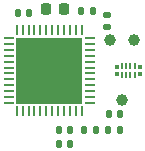
<source format=gbr>
%TF.GenerationSoftware,KiCad,Pcbnew,9.0.0*%
%TF.CreationDate,2025-03-13T15:54:17-04:00*%
%TF.ProjectId,IngestibleCapsule-Board,496e6765-7374-4696-926c-654361707375,rev?*%
%TF.SameCoordinates,Original*%
%TF.FileFunction,Soldermask,Top*%
%TF.FilePolarity,Negative*%
%FSLAX46Y46*%
G04 Gerber Fmt 4.6, Leading zero omitted, Abs format (unit mm)*
G04 Created by KiCad (PCBNEW 9.0.0) date 2025-03-13 15:54:17*
%MOMM*%
%LPD*%
G01*
G04 APERTURE LIST*
G04 Aperture macros list*
%AMRoundRect*
0 Rectangle with rounded corners*
0 $1 Rounding radius*
0 $2 $3 $4 $5 $6 $7 $8 $9 X,Y pos of 4 corners*
0 Add a 4 corners polygon primitive as box body*
4,1,4,$2,$3,$4,$5,$6,$7,$8,$9,$2,$3,0*
0 Add four circle primitives for the rounded corners*
1,1,$1+$1,$2,$3*
1,1,$1+$1,$4,$5*
1,1,$1+$1,$6,$7*
1,1,$1+$1,$8,$9*
0 Add four rect primitives between the rounded corners*
20,1,$1+$1,$2,$3,$4,$5,0*
20,1,$1+$1,$4,$5,$6,$7,0*
20,1,$1+$1,$6,$7,$8,$9,0*
20,1,$1+$1,$8,$9,$2,$3,0*%
G04 Aperture macros list end*
%ADD10RoundRect,0.140000X-0.140000X-0.170000X0.140000X-0.170000X0.140000X0.170000X-0.140000X0.170000X0*%
%ADD11RoundRect,0.225000X-0.225000X-0.250000X0.225000X-0.250000X0.225000X0.250000X-0.225000X0.250000X0*%
%ADD12RoundRect,0.140000X0.170000X-0.140000X0.170000X0.140000X-0.170000X0.140000X-0.170000X-0.140000X0*%
%ADD13RoundRect,0.135000X-0.135000X-0.185000X0.135000X-0.185000X0.135000X0.185000X-0.135000X0.185000X0*%
%ADD14R,0.380000X0.300000*%
%ADD15R,0.200000X0.520000*%
%ADD16RoundRect,0.062500X-0.375000X-0.062500X0.375000X-0.062500X0.375000X0.062500X-0.375000X0.062500X0*%
%ADD17RoundRect,0.062500X-0.062500X-0.375000X0.062500X-0.375000X0.062500X0.375000X-0.062500X0.375000X0*%
%ADD18R,5.600000X5.600000*%
%ADD19C,0.990600*%
G04 APERTURE END LIST*
D10*
%TO.C,C5*%
X95620000Y-70100000D03*
X96580000Y-70100000D03*
%TD*%
%TO.C,C9*%
X99140000Y-81200000D03*
X100100000Y-81200000D03*
%TD*%
D11*
%TO.C,C10*%
X98000000Y-69800000D03*
X99550000Y-69800000D03*
%TD*%
D10*
%TO.C,C8*%
X99140000Y-80075000D03*
X100100000Y-80075000D03*
%TD*%
%TO.C,C11*%
X103320000Y-78700000D03*
X104280000Y-78700000D03*
%TD*%
D12*
%TO.C,C6*%
X103200000Y-71280000D03*
X103200000Y-70320000D03*
%TD*%
D10*
%TO.C,C7*%
X101260000Y-80000000D03*
X102220000Y-80000000D03*
%TD*%
D13*
%TO.C,R3*%
X103300000Y-80000000D03*
X104320000Y-80000000D03*
%TD*%
D14*
%TO.C,J2*%
X104035000Y-74720000D03*
X104035000Y-75280000D03*
X105965000Y-74720000D03*
X105965000Y-75280000D03*
D15*
X104475000Y-74610000D03*
X104475000Y-75390000D03*
X104825000Y-74610000D03*
X104825000Y-75390000D03*
X105175000Y-74610000D03*
X105175000Y-75390000D03*
X105525000Y-74610000D03*
X105525000Y-75390000D03*
%TD*%
D16*
%TO.C,U1*%
X94862500Y-72250000D03*
X94862500Y-72750000D03*
X94862500Y-73250000D03*
X94862500Y-73750000D03*
X94862500Y-74250000D03*
X94862500Y-74750000D03*
X94862500Y-75250000D03*
X94862500Y-75750000D03*
X94862500Y-76250000D03*
X94862500Y-76750000D03*
X94862500Y-77250000D03*
X94862500Y-77750000D03*
D17*
X95550000Y-78437500D03*
X96050000Y-78437500D03*
X96550000Y-78437500D03*
X97050000Y-78437500D03*
X97550000Y-78437500D03*
X98050000Y-78437500D03*
X98550000Y-78437500D03*
X99050000Y-78437500D03*
X99550000Y-78437500D03*
X100050000Y-78437500D03*
X100550000Y-78437500D03*
X101050000Y-78437500D03*
D16*
X101737500Y-77750000D03*
X101737500Y-77250000D03*
X101737500Y-76750000D03*
X101737500Y-76250000D03*
X101737500Y-75750000D03*
X101737500Y-75250000D03*
X101737500Y-74750000D03*
X101737500Y-74250000D03*
X101737500Y-73750000D03*
X101737500Y-73250000D03*
X101737500Y-72750000D03*
X101737500Y-72250000D03*
D17*
X101050000Y-71562500D03*
X100550000Y-71562500D03*
X100050000Y-71562500D03*
X99550000Y-71562500D03*
X99050000Y-71562500D03*
X98550000Y-71562500D03*
X98050000Y-71562500D03*
X97550000Y-71562500D03*
X97050000Y-71562500D03*
X96550000Y-71562500D03*
X96050000Y-71562500D03*
X95550000Y-71562500D03*
D18*
X98300000Y-75000000D03*
%TD*%
D13*
%TO.C,R2*%
X100980000Y-70000000D03*
X102000000Y-70000000D03*
%TD*%
D19*
%TO.C,J1*%
X104465000Y-77510000D03*
X103449000Y-72430000D03*
X105481000Y-72430000D03*
%TD*%
M02*

</source>
